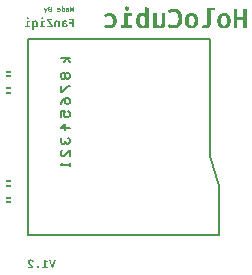
<source format=gbo>
G04*
G04 #@! TF.GenerationSoftware,Altium Limited,Altium Designer,20.0.13 (296)*
G04*
G04 Layer_Color=32896*
%FSLAX25Y25*%
%MOIN*%
G70*
G01*
G75*
%ADD12C,0.00600*%
%ADD15C,0.00100*%
G36*
X28850Y30550D02*
X30150D01*
X30150Y30900D01*
X28850D01*
X28850Y30550D01*
D02*
G37*
G36*
X30150Y32450D02*
X28850D01*
Y32100D01*
X30150D01*
Y32450D01*
D02*
G37*
G36*
X28850Y36050D02*
X30150D01*
X30150Y36400D01*
X28850D01*
X28850Y36050D01*
D02*
G37*
G36*
X30150Y37950D02*
X28850D01*
Y37600D01*
X30150D01*
Y37950D01*
D02*
G37*
G36*
X28850Y67050D02*
X30150D01*
X30150Y67400D01*
X28850D01*
X28850Y67050D01*
D02*
G37*
G36*
X30150Y68950D02*
X28850D01*
Y68600D01*
X30150D01*
Y68950D01*
D02*
G37*
G36*
X28850Y72550D02*
X30150D01*
X30150Y72900D01*
X28850D01*
X28850Y72550D01*
D02*
G37*
G36*
X30150Y74450D02*
X28850D01*
Y74100D01*
X30150D01*
Y74450D01*
D02*
G37*
G36*
X49459Y95392D02*
X49497Y95389D01*
X49532Y95383D01*
X49561Y95381D01*
X49584Y95375D01*
X49599Y95372D01*
X49605D01*
X49649Y95363D01*
X49692Y95351D01*
X49736Y95340D01*
X49774Y95328D01*
X49806Y95316D01*
X49833Y95307D01*
X49850Y95302D01*
X49853Y95299D01*
X49856D01*
X49780Y95068D01*
X49736Y95080D01*
X49698Y95091D01*
X49663Y95100D01*
X49634Y95106D01*
X49611Y95112D01*
X49590Y95115D01*
X49579Y95118D01*
X49576D01*
X49544Y95123D01*
X49514Y95129D01*
X49488Y95132D01*
X49468D01*
X49450Y95135D01*
X49424D01*
X49377Y95132D01*
X49336Y95126D01*
X49301Y95118D01*
X49275Y95109D01*
X49252Y95100D01*
X49237Y95091D01*
X49228Y95086D01*
X49225Y95083D01*
X49202Y95062D01*
X49187Y95036D01*
X49176Y95010D01*
X49167Y94986D01*
X49161Y94963D01*
X49158Y94942D01*
Y94931D01*
Y94925D01*
Y94864D01*
X49377D01*
X49427Y94858D01*
X49476Y94852D01*
X49523Y94846D01*
X49564Y94837D01*
X49602Y94826D01*
X49637Y94817D01*
X49669Y94805D01*
X49698Y94794D01*
X49722Y94785D01*
X49742Y94773D01*
X49760Y94764D01*
X49774Y94758D01*
X49783Y94753D01*
X49789Y94747D01*
X49792D01*
X49821Y94723D01*
X49847Y94700D01*
X49868Y94674D01*
X49888Y94648D01*
X49903Y94618D01*
X49917Y94592D01*
X49938Y94537D01*
X49949Y94490D01*
X49952Y94469D01*
X49955Y94449D01*
X49958Y94434D01*
Y94423D01*
Y94417D01*
Y94414D01*
X49955Y94367D01*
X49949Y94326D01*
X49941Y94288D01*
X49929Y94256D01*
X49920Y94230D01*
X49911Y94210D01*
X49906Y94198D01*
X49903Y94192D01*
X49879Y94160D01*
X49856Y94131D01*
X49830Y94104D01*
X49804Y94084D01*
X49783Y94067D01*
X49766Y94055D01*
X49751Y94049D01*
X49748Y94046D01*
X49707Y94029D01*
X49666Y94017D01*
X49628Y94005D01*
X49590Y93999D01*
X49558Y93996D01*
X49532Y93994D01*
X49509D01*
X49459Y93996D01*
X49415Y94002D01*
X49374Y94008D01*
X49336Y94017D01*
X49307Y94026D01*
X49284Y94034D01*
X49269Y94037D01*
X49263Y94040D01*
X49222Y94061D01*
X49190Y94081D01*
X49161Y94102D01*
X49141Y94125D01*
X49123Y94142D01*
X49111Y94157D01*
X49106Y94169D01*
X49103Y94172D01*
X49094Y94145D01*
X49079Y94122D01*
X49065Y94102D01*
X49047Y94084D01*
X49033Y94069D01*
X49021Y94061D01*
X49012Y94055D01*
X49009Y94052D01*
X48980Y94037D01*
X48948Y94026D01*
X48913Y94014D01*
X48884Y94008D01*
X48855Y94002D01*
X48831Y93999D01*
X48816Y93996D01*
X48811D01*
X48744Y94215D01*
X48764Y94224D01*
X48781Y94233D01*
X48796Y94239D01*
X48805Y94248D01*
X48819Y94259D01*
X48822Y94265D01*
X48828Y94277D01*
X48831Y94294D01*
X48837Y94326D01*
X48840Y94341D01*
Y94353D01*
Y94361D01*
Y94364D01*
Y94940D01*
X48843Y94980D01*
X48846Y95016D01*
X48860Y95083D01*
X48884Y95141D01*
X48910Y95188D01*
X48936Y95226D01*
X48957Y95252D01*
X48974Y95270D01*
X48977Y95275D01*
X48980D01*
X49006Y95296D01*
X49036Y95316D01*
X49100Y95345D01*
X49167Y95366D01*
X49231Y95381D01*
X49290Y95389D01*
X49316Y95392D01*
X49336D01*
X49354Y95395D01*
X49380D01*
X49459Y95392D01*
D02*
G37*
G36*
X51500Y94026D02*
X51199D01*
X51164Y94867D01*
Y94913D01*
X51161Y94957D01*
Y94998D01*
Y95033D01*
Y95059D01*
Y95083D01*
Y95094D01*
Y95100D01*
Y95176D01*
Y95246D01*
X51164Y95307D01*
Y95360D01*
X51167Y95404D01*
Y95421D01*
Y95436D01*
X51170Y95448D01*
Y95456D01*
Y95459D01*
Y95462D01*
X50951Y94320D01*
X50662D01*
X50460Y95462D01*
X50463Y95421D01*
Y95381D01*
Y95337D01*
X50466Y95296D01*
Y95261D01*
Y95232D01*
Y95220D01*
Y95211D01*
Y95208D01*
Y95205D01*
X50463Y95086D01*
Y95030D01*
X50460Y94977D01*
Y94931D01*
Y94913D01*
X50458Y94899D01*
Y94884D01*
Y94875D01*
Y94870D01*
Y94867D01*
X50417Y94026D01*
X50110D01*
X50206Y95757D01*
X50592D01*
X50799Y94627D01*
X51021Y95757D01*
X51404D01*
X51500Y94026D01*
D02*
G37*
G36*
X42188D02*
X42103D01*
X42130Y93979D01*
X42144Y93958D01*
X42156Y93941D01*
X42168Y93926D01*
X42173Y93915D01*
X42179Y93906D01*
X42182Y93903D01*
X42220Y93862D01*
X42258Y93833D01*
X42273Y93821D01*
X42287Y93812D01*
X42296Y93809D01*
X42299Y93807D01*
X42328Y93792D01*
X42363Y93780D01*
X42398Y93772D01*
X42433Y93763D01*
X42465Y93757D01*
X42492Y93751D01*
X42509Y93748D01*
X42515D01*
X42477Y93500D01*
X42425Y93506D01*
X42375Y93515D01*
X42328Y93523D01*
X42287Y93535D01*
X42246Y93547D01*
X42211Y93561D01*
X42176Y93576D01*
X42147Y93590D01*
X42121Y93602D01*
X42101Y93617D01*
X42080Y93629D01*
X42066Y93640D01*
X42051Y93649D01*
X42042Y93655D01*
X42039Y93661D01*
X42036D01*
X41981Y93716D01*
X41934Y93777D01*
X41893Y93839D01*
X41861Y93900D01*
X41835Y93953D01*
X41823Y93976D01*
X41814Y93996D01*
X41809Y94011D01*
X41803Y94023D01*
X41800Y94031D01*
Y94034D01*
X41353Y95360D01*
X41680D01*
X41990Y94262D01*
X42296Y95360D01*
X42629D01*
X42188Y94026D01*
D02*
G37*
G36*
X46451Y95392D02*
X46513Y95381D01*
X46571Y95366D01*
X46618Y95348D01*
X46656Y95331D01*
X46685Y95316D01*
X46697Y95310D01*
X46705Y95305D01*
X46708Y95302D01*
X46711D01*
X46761Y95264D01*
X46802Y95226D01*
X46837Y95182D01*
X46869Y95141D01*
X46892Y95106D01*
X46907Y95077D01*
X46913Y95065D01*
X46918Y95056D01*
X46921Y95053D01*
Y95051D01*
X46945Y94989D01*
X46962Y94928D01*
X46977Y94867D01*
X46986Y94811D01*
X46992Y94761D01*
Y94741D01*
X46994Y94726D01*
Y94712D01*
Y94700D01*
Y94694D01*
Y94691D01*
X46992Y94615D01*
X46983Y94548D01*
X46971Y94484D01*
X46957Y94432D01*
X46945Y94388D01*
X46939Y94370D01*
X46933Y94356D01*
X46927Y94341D01*
X46924Y94332D01*
X46921Y94329D01*
Y94326D01*
X46889Y94271D01*
X46854Y94221D01*
X46816Y94180D01*
X46781Y94145D01*
X46749Y94116D01*
X46723Y94099D01*
X46705Y94084D01*
X46702Y94081D01*
X46700D01*
X46641Y94052D01*
X46583Y94031D01*
X46524Y94014D01*
X46469Y94005D01*
X46422Y93999D01*
X46402Y93996D01*
X46384D01*
X46370Y93994D01*
X46349D01*
X46297Y93996D01*
X46247Y93999D01*
X46203Y94005D01*
X46162Y94014D01*
X46130Y94023D01*
X46104Y94029D01*
X46089Y94031D01*
X46083Y94034D01*
X46037Y94052D01*
X45993Y94075D01*
X45955Y94096D01*
X45920Y94119D01*
X45894Y94139D01*
X45870Y94157D01*
X45859Y94169D01*
X45853Y94172D01*
X45990Y94364D01*
X46028Y94344D01*
X46063Y94323D01*
X46095Y94309D01*
X46121Y94297D01*
X46145Y94288D01*
X46159Y94283D01*
X46171Y94277D01*
X46174D01*
X46232Y94262D01*
X46259Y94256D01*
X46285Y94253D01*
X46305D01*
X46323Y94250D01*
X46337D01*
X46387Y94253D01*
X46431Y94265D01*
X46469Y94280D01*
X46504Y94294D01*
X46530Y94312D01*
X46548Y94323D01*
X46562Y94335D01*
X46565Y94338D01*
X46594Y94373D01*
X46618Y94414D01*
X46635Y94452D01*
X46647Y94493D01*
X46653Y94528D01*
X46659Y94554D01*
Y94566D01*
X46662Y94575D01*
Y94577D01*
Y94580D01*
X45809D01*
X45803Y94636D01*
Y94662D01*
X45800Y94683D01*
Y94700D01*
Y94715D01*
Y94723D01*
Y94726D01*
X45803Y94799D01*
X45812Y94867D01*
X45823Y94928D01*
X45835Y94980D01*
X45847Y95021D01*
X45853Y95039D01*
X45859Y95053D01*
X45864Y95065D01*
X45867Y95074D01*
X45870Y95077D01*
Y95080D01*
X45899Y95132D01*
X45932Y95179D01*
X45967Y95220D01*
X45999Y95255D01*
X46028Y95278D01*
X46051Y95299D01*
X46069Y95310D01*
X46072Y95313D01*
X46075D01*
X46124Y95340D01*
X46180Y95360D01*
X46229Y95375D01*
X46279Y95386D01*
X46320Y95392D01*
X46355Y95395D01*
X46384D01*
X46451Y95392D01*
D02*
G37*
G36*
X44022Y94026D02*
X43505D01*
X43400Y94031D01*
X43350Y94037D01*
X43304Y94043D01*
X43260Y94052D01*
X43222Y94064D01*
X43184Y94072D01*
X43152Y94084D01*
X43120Y94096D01*
X43093Y94104D01*
X43070Y94116D01*
X43052Y94125D01*
X43038Y94131D01*
X43026Y94137D01*
X43020Y94142D01*
X43017D01*
X42982Y94166D01*
X42953Y94195D01*
X42927Y94224D01*
X42904Y94253D01*
X42886Y94286D01*
X42869Y94318D01*
X42845Y94382D01*
X42833Y94440D01*
X42828Y94467D01*
X42825Y94490D01*
X42822Y94507D01*
Y94522D01*
Y94531D01*
Y94534D01*
X42828Y94604D01*
X42839Y94665D01*
X42860Y94718D01*
X42880Y94758D01*
X42901Y94794D01*
X42921Y94817D01*
X42933Y94829D01*
X42939Y94834D01*
X42982Y94867D01*
X43029Y94893D01*
X43076Y94913D01*
X43117Y94928D01*
X43152Y94937D01*
X43181Y94942D01*
X43193D01*
X43201Y94945D01*
X43207D01*
X43163Y94951D01*
X43123Y94966D01*
X43085Y94980D01*
X43052Y95001D01*
X43026Y95018D01*
X43009Y95036D01*
X42994Y95048D01*
X42991Y95051D01*
X42959Y95091D01*
X42936Y95132D01*
X42918Y95176D01*
X42906Y95217D01*
X42901Y95252D01*
X42895Y95281D01*
Y95293D01*
Y95302D01*
Y95305D01*
Y95307D01*
X42898Y95351D01*
X42904Y95392D01*
X42912Y95427D01*
X42924Y95462D01*
X42939Y95494D01*
X42953Y95521D01*
X42985Y95570D01*
X43020Y95605D01*
X43049Y95632D01*
X43061Y95640D01*
X43070Y95646D01*
X43076Y95652D01*
X43079D01*
X43152Y95687D01*
X43228Y95713D01*
X43304Y95731D01*
X43377Y95745D01*
X43409Y95748D01*
X43441Y95751D01*
X43467Y95754D01*
X43490D01*
X43511Y95757D01*
X44022D01*
Y94026D01*
D02*
G37*
G36*
X47651Y95255D02*
X47669Y95278D01*
X47689Y95302D01*
X47736Y95337D01*
X47786Y95360D01*
X47835Y95378D01*
X47882Y95389D01*
X47900Y95392D01*
X47917D01*
X47932Y95395D01*
X47952D01*
X48011Y95392D01*
X48066Y95381D01*
X48116Y95366D01*
X48157Y95348D01*
X48192Y95331D01*
X48218Y95316D01*
X48232Y95305D01*
X48238Y95302D01*
X48279Y95264D01*
X48317Y95226D01*
X48349Y95182D01*
X48376Y95141D01*
X48396Y95106D01*
X48411Y95077D01*
X48417Y95065D01*
X48419Y95056D01*
X48422Y95053D01*
Y95051D01*
X48443Y94989D01*
X48457Y94928D01*
X48469Y94867D01*
X48475Y94811D01*
X48481Y94764D01*
Y94744D01*
X48484Y94726D01*
Y94712D01*
Y94700D01*
Y94694D01*
Y94691D01*
X48481Y94633D01*
X48478Y94577D01*
X48472Y94525D01*
X48463Y94475D01*
X48454Y94432D01*
X48443Y94388D01*
X48431Y94350D01*
X48419Y94315D01*
X48408Y94286D01*
X48399Y94256D01*
X48387Y94233D01*
X48379Y94215D01*
X48370Y94201D01*
X48364Y94189D01*
X48358Y94183D01*
Y94180D01*
X48332Y94148D01*
X48305Y94119D01*
X48276Y94093D01*
X48244Y94072D01*
X48212Y94055D01*
X48180Y94040D01*
X48119Y94017D01*
X48063Y94002D01*
X48037Y93999D01*
X48016Y93996D01*
X47999Y93994D01*
X47976D01*
X47932Y93996D01*
X47891Y94002D01*
X47856Y94008D01*
X47824Y94020D01*
X47797Y94029D01*
X47777Y94034D01*
X47762Y94040D01*
X47760Y94043D01*
X47724Y94064D01*
X47698Y94087D01*
X47675Y94110D01*
X47657Y94134D01*
X47643Y94154D01*
X47634Y94169D01*
X47631Y94180D01*
X47628Y94183D01*
X47613Y94026D01*
X47327D01*
Y95877D01*
X47651Y95909D01*
Y95255D01*
D02*
G37*
G36*
X37165Y11501D02*
X37267Y11487D01*
X37355Y11467D01*
X37433Y11447D01*
X37497Y11428D01*
X37546Y11408D01*
X37575Y11394D01*
X37580Y11389D01*
X37585D01*
X37668Y11340D01*
X37741Y11287D01*
X37809Y11223D01*
X37873Y11164D01*
X37921Y11111D01*
X37955Y11067D01*
X37980Y11033D01*
X37990Y11028D01*
Y11023D01*
X37643Y10764D01*
X37589Y10823D01*
X37541Y10872D01*
X37497Y10911D01*
X37458Y10940D01*
X37424Y10964D01*
X37399Y10979D01*
X37385Y10989D01*
X37380Y10994D01*
X37331Y11013D01*
X37282Y11033D01*
X37233Y11043D01*
X37189Y11047D01*
X37145Y11052D01*
X37116Y11057D01*
X37087D01*
X37014Y11052D01*
X36955Y11038D01*
X36901Y11023D01*
X36858Y11003D01*
X36823Y10979D01*
X36799Y10964D01*
X36784Y10950D01*
X36779Y10945D01*
X36740Y10901D01*
X36716Y10852D01*
X36696Y10803D01*
X36682Y10755D01*
X36672Y10711D01*
X36667Y10677D01*
Y10652D01*
Y10642D01*
X36672Y10564D01*
X36682Y10496D01*
X36701Y10428D01*
X36716Y10364D01*
X36735Y10315D01*
X36755Y10276D01*
X36765Y10252D01*
X36770Y10242D01*
X36814Y10164D01*
X36872Y10086D01*
X36931Y10003D01*
X36989Y9930D01*
X37048Y9861D01*
X37092Y9808D01*
X37111Y9788D01*
X37126Y9774D01*
X37131Y9764D01*
X37136Y9759D01*
X37189Y9705D01*
X37243Y9642D01*
X37370Y9515D01*
X37502Y9378D01*
X37633Y9251D01*
X37692Y9188D01*
X37751Y9134D01*
X37804Y9086D01*
X37848Y9042D01*
X37882Y9003D01*
X37912Y8978D01*
X37931Y8959D01*
X37936Y8954D01*
Y8554D01*
X36106D01*
X36047Y8998D01*
X37326D01*
X37165Y9129D01*
X37092Y9188D01*
X37023Y9247D01*
X36960Y9305D01*
X36901Y9359D01*
X36848Y9408D01*
X36799Y9452D01*
X36755Y9495D01*
X36721Y9535D01*
X36687Y9564D01*
X36662Y9593D01*
X36638Y9613D01*
X36623Y9627D01*
X36618Y9637D01*
X36614Y9642D01*
X36521Y9749D01*
X36443Y9847D01*
X36379Y9940D01*
X36326Y10018D01*
X36282Y10081D01*
X36257Y10130D01*
X36248Y10149D01*
X36238Y10164D01*
X36233Y10169D01*
Y10174D01*
X36194Y10262D01*
X36165Y10354D01*
X36140Y10437D01*
X36125Y10511D01*
X36116Y10579D01*
X36111Y10628D01*
Y10647D01*
Y10662D01*
Y10667D01*
Y10672D01*
X36116Y10755D01*
X36130Y10833D01*
X36145Y10906D01*
X36165Y10969D01*
X36189Y11018D01*
X36204Y11057D01*
X36218Y11082D01*
X36223Y11091D01*
X36267Y11160D01*
X36321Y11218D01*
X36374Y11272D01*
X36428Y11316D01*
X36477Y11350D01*
X36516Y11374D01*
X36540Y11389D01*
X36545Y11394D01*
X36550D01*
X36633Y11433D01*
X36716Y11457D01*
X36799Y11477D01*
X36882Y11491D01*
X36950Y11501D01*
X37004Y11506D01*
X37053D01*
X37165Y11501D01*
D02*
G37*
G36*
X42782Y10891D02*
X42557Y10515D01*
X41962Y10901D01*
Y8988D01*
X42650D01*
Y8554D01*
X40864D01*
Y8988D01*
X41425D01*
Y11447D01*
X41884D01*
X42782Y10891D01*
D02*
G37*
G36*
X44602Y8554D02*
X43997D01*
X43094Y11447D01*
X43646D01*
X44290Y9081D01*
X44924Y11447D01*
X45505D01*
X44602Y8554D01*
D02*
G37*
G36*
X39483Y9354D02*
X39517Y9344D01*
X39551Y9335D01*
X39576Y9325D01*
X39595Y9315D01*
X39610Y9310D01*
X39615Y9305D01*
X39678Y9256D01*
X39727Y9208D01*
X39746Y9183D01*
X39761Y9164D01*
X39766Y9154D01*
X39771Y9149D01*
X39790Y9110D01*
X39805Y9076D01*
X39820Y9003D01*
X39825Y8973D01*
X39829Y8949D01*
Y8934D01*
Y8929D01*
X39825Y8885D01*
X39820Y8846D01*
X39810Y8807D01*
X39800Y8778D01*
X39790Y8749D01*
X39781Y8729D01*
X39771Y8715D01*
Y8710D01*
X39722Y8646D01*
X39668Y8598D01*
X39649Y8578D01*
X39629Y8563D01*
X39620Y8559D01*
X39615Y8554D01*
X39576Y8534D01*
X39537Y8524D01*
X39468Y8505D01*
X39439D01*
X39415Y8500D01*
X39395D01*
X39351Y8505D01*
X39307Y8510D01*
X39268Y8519D01*
X39234Y8529D01*
X39210Y8539D01*
X39185Y8544D01*
X39176Y8554D01*
X39171D01*
X39107Y8602D01*
X39053Y8656D01*
X39039Y8676D01*
X39024Y8695D01*
X39019Y8705D01*
X39015Y8710D01*
X38995Y8749D01*
X38980Y8788D01*
X38961Y8856D01*
Y8885D01*
X38956Y8910D01*
Y8925D01*
Y8929D01*
Y8973D01*
X38966Y9012D01*
X38975Y9051D01*
X38985Y9081D01*
X38995Y9105D01*
X39005Y9129D01*
X39010Y9139D01*
X39015Y9144D01*
X39063Y9212D01*
X39112Y9261D01*
X39136Y9281D01*
X39156Y9295D01*
X39166Y9300D01*
X39171Y9305D01*
X39210Y9325D01*
X39249Y9339D01*
X39322Y9359D01*
X39351D01*
X39376Y9364D01*
X39439D01*
X39483Y9354D01*
D02*
G37*
G36*
X69176Y95846D02*
X69273Y95825D01*
X69369Y95792D01*
X69445Y95760D01*
X69509Y95717D01*
X69552Y95685D01*
X69584Y95664D01*
X69595Y95653D01*
X69659Y95578D01*
X69713Y95492D01*
X69745Y95395D01*
X69778Y95320D01*
X69788Y95245D01*
X69799Y95191D01*
Y95148D01*
Y95137D01*
X69788Y95030D01*
X69767Y94923D01*
X69735Y94837D01*
X69692Y94761D01*
X69659Y94708D01*
X69627Y94654D01*
X69606Y94633D01*
X69595Y94622D01*
X69509Y94557D01*
X69423Y94504D01*
X69326Y94471D01*
X69240Y94439D01*
X69176Y94428D01*
X69112Y94418D01*
X69058D01*
X68940Y94428D01*
X68832Y94450D01*
X68736Y94482D01*
X68661Y94525D01*
X68596Y94557D01*
X68553Y94590D01*
X68521Y94611D01*
X68510Y94622D01*
X68435Y94708D01*
X68381Y94794D01*
X68349Y94880D01*
X68317Y94965D01*
X68306Y95030D01*
X68295Y95084D01*
Y95127D01*
Y95137D01*
X68306Y95245D01*
X68328Y95341D01*
X68360Y95427D01*
X68403Y95503D01*
X68446Y95567D01*
X68478Y95610D01*
X68499Y95631D01*
X68510Y95642D01*
X68596Y95717D01*
X68682Y95771D01*
X68779Y95803D01*
X68865Y95835D01*
X68940Y95846D01*
X69004Y95857D01*
X69058D01*
X69176Y95846D01*
D02*
G37*
G36*
X76436Y95427D02*
Y88618D01*
X75384D01*
X75341Y89080D01*
X75266Y88983D01*
X75191Y88887D01*
X75105Y88811D01*
X75008Y88747D01*
X74815Y88640D01*
X74621Y88575D01*
X74439Y88532D01*
X74363Y88521D01*
X74299Y88511D01*
X74235Y88500D01*
X74159D01*
X73934Y88511D01*
X73719Y88554D01*
X73536Y88607D01*
X73386Y88672D01*
X73257Y88726D01*
X73161Y88779D01*
X73107Y88822D01*
X73085Y88833D01*
X72924Y88973D01*
X72785Y89112D01*
X72677Y89273D01*
X72581Y89413D01*
X72505Y89542D01*
X72452Y89649D01*
X72430Y89692D01*
X72420Y89724D01*
X72409Y89735D01*
Y89746D01*
X72334Y89971D01*
X72269Y90208D01*
X72226Y90422D01*
X72205Y90637D01*
X72183Y90809D01*
Y90884D01*
X72172Y90949D01*
Y91002D01*
Y91045D01*
Y91067D01*
Y91078D01*
Y91292D01*
X72194Y91507D01*
X72215Y91701D01*
X72248Y91883D01*
X72280Y92044D01*
X72323Y92205D01*
X72355Y92345D01*
X72398Y92474D01*
X72441Y92592D01*
X72484Y92689D01*
X72527Y92774D01*
X72559Y92839D01*
X72591Y92893D01*
X72613Y92936D01*
X72624Y92957D01*
X72634Y92968D01*
X72720Y93086D01*
X72828Y93193D01*
X72935Y93290D01*
X73043Y93365D01*
X73161Y93430D01*
X73279Y93483D01*
X73504Y93569D01*
X73719Y93623D01*
X73805Y93634D01*
X73880Y93644D01*
X73945Y93655D01*
X74041D01*
X74192Y93644D01*
X74331Y93623D01*
X74460Y93591D01*
X74578Y93559D01*
X74675Y93526D01*
X74739Y93494D01*
X74782Y93473D01*
X74804Y93462D01*
X74922Y93387D01*
X75019Y93312D01*
X75094Y93226D01*
X75147Y93150D01*
X75191Y93075D01*
X75223Y93022D01*
X75244Y92979D01*
Y95545D01*
X76436Y95427D01*
D02*
G37*
G36*
X109011Y88618D02*
X107786D01*
Y91432D01*
X105939D01*
Y88618D01*
X104715D01*
Y94987D01*
X105939D01*
Y92463D01*
X107786D01*
Y94987D01*
X109011D01*
Y88618D01*
D02*
G37*
G36*
X85028Y95094D02*
X85297Y95051D01*
X85533Y94987D01*
X85748Y94923D01*
X85931Y94847D01*
X86006Y94815D01*
X86059Y94783D01*
X86113Y94751D01*
X86145Y94740D01*
X86167Y94718D01*
X86177D01*
X86403Y94557D01*
X86607Y94375D01*
X86779Y94192D01*
X86929Y94010D01*
X87047Y93838D01*
X87090Y93763D01*
X87133Y93709D01*
X87155Y93655D01*
X87176Y93612D01*
X87198Y93591D01*
Y93580D01*
X87327Y93290D01*
X87413Y92989D01*
X87477Y92699D01*
X87531Y92420D01*
X87542Y92291D01*
X87552Y92173D01*
X87563Y92066D01*
Y91980D01*
X87574Y91905D01*
Y91851D01*
Y91819D01*
Y91808D01*
X87563Y91432D01*
X87520Y91088D01*
X87488Y90927D01*
X87456Y90788D01*
X87423Y90648D01*
X87391Y90519D01*
X87359Y90412D01*
X87327Y90304D01*
X87295Y90218D01*
X87262Y90143D01*
X87241Y90089D01*
X87219Y90047D01*
X87208Y90025D01*
Y90014D01*
X87058Y89757D01*
X86897Y89531D01*
X86725Y89327D01*
X86564Y89177D01*
X86424Y89048D01*
X86306Y88962D01*
X86263Y88930D01*
X86231Y88908D01*
X86210Y88887D01*
X86199D01*
X85952Y88758D01*
X85694Y88661D01*
X85447Y88597D01*
X85222Y88554D01*
X85018Y88521D01*
X84932Y88511D01*
X84867D01*
X84803Y88500D01*
X84728D01*
X84491Y88511D01*
X84266Y88532D01*
X84073Y88564D01*
X83901Y88607D01*
X83761Y88640D01*
X83654Y88672D01*
X83589Y88693D01*
X83578Y88704D01*
X83568D01*
X83385Y88790D01*
X83213Y88887D01*
X83063Y88983D01*
X82934Y89080D01*
X82827Y89166D01*
X82741Y89241D01*
X82698Y89284D01*
X82676Y89306D01*
X83267Y90047D01*
X83396Y89950D01*
X83525Y89875D01*
X83643Y89799D01*
X83740Y89746D01*
X83825Y89692D01*
X83890Y89660D01*
X83933Y89649D01*
X83944Y89638D01*
X84062Y89596D01*
X84191Y89563D01*
X84320Y89542D01*
X84427Y89531D01*
X84534Y89520D01*
X84610Y89510D01*
X84685D01*
X84824Y89520D01*
X84953Y89531D01*
X85179Y89596D01*
X85383Y89681D01*
X85555Y89789D01*
X85684Y89885D01*
X85780Y89971D01*
X85845Y90036D01*
X85855Y90047D01*
X85866Y90057D01*
X85941Y90165D01*
X86016Y90294D01*
X86124Y90562D01*
X86199Y90852D01*
X86253Y91142D01*
X86274Y91282D01*
X86285Y91400D01*
X86296Y91518D01*
Y91615D01*
X86306Y91690D01*
Y91754D01*
Y91797D01*
Y91808D01*
X86296Y92109D01*
X86274Y92366D01*
X86242Y92592D01*
X86199Y92785D01*
X86156Y92946D01*
X86145Y93011D01*
X86124Y93054D01*
X86113Y93097D01*
X86102Y93129D01*
X86092Y93140D01*
Y93150D01*
X86006Y93333D01*
X85909Y93483D01*
X85812Y93612D01*
X85716Y93720D01*
X85641Y93795D01*
X85576Y93849D01*
X85522Y93881D01*
X85512Y93892D01*
X85372Y93967D01*
X85232Y94020D01*
X85093Y94063D01*
X84964Y94085D01*
X84846Y94106D01*
X84760Y94117D01*
X84556D01*
X84427Y94095D01*
X84191Y94042D01*
X83976Y93967D01*
X83783Y93892D01*
X83621Y93806D01*
X83557Y93763D01*
X83503Y93730D01*
X83460Y93698D01*
X83417Y93677D01*
X83407Y93666D01*
X83396Y93655D01*
X82773Y94407D01*
X82934Y94547D01*
X83095Y94654D01*
X83245Y94751D01*
X83374Y94826D01*
X83492Y94880D01*
X83589Y94923D01*
X83643Y94944D01*
X83654Y94955D01*
X83664D01*
X83836Y95008D01*
X84019Y95051D01*
X84201Y95073D01*
X84373Y95094D01*
X84513Y95105D01*
X84631Y95116D01*
X84738D01*
X85028Y95094D01*
D02*
G37*
G36*
X63538Y93644D02*
X63785Y93602D01*
X63999Y93548D01*
X64193Y93483D01*
X64343Y93419D01*
X64407Y93387D01*
X64461Y93365D01*
X64504Y93344D01*
X64536Y93322D01*
X64547Y93312D01*
X64558D01*
X64751Y93172D01*
X64923Y93032D01*
X65063Y92871D01*
X65181Y92721D01*
X65277Y92592D01*
X65342Y92484D01*
X65363Y92442D01*
X65385Y92409D01*
X65396Y92399D01*
Y92388D01*
X65492Y92162D01*
X65567Y91926D01*
X65610Y91701D01*
X65653Y91496D01*
X65675Y91314D01*
Y91239D01*
X65686Y91174D01*
Y91121D01*
Y91078D01*
Y91056D01*
Y91045D01*
X65675Y90766D01*
X65643Y90519D01*
X65600Y90283D01*
X65546Y90089D01*
X65492Y89928D01*
X65471Y89864D01*
X65449Y89810D01*
X65428Y89757D01*
X65417Y89724D01*
X65406Y89714D01*
Y89703D01*
X65288Y89499D01*
X65159Y89316D01*
X65020Y89166D01*
X64880Y89037D01*
X64762Y88940D01*
X64665Y88865D01*
X64601Y88822D01*
X64590Y88811D01*
X64579D01*
X64365Y88704D01*
X64150Y88629D01*
X63935Y88575D01*
X63731Y88543D01*
X63548Y88521D01*
X63484Y88511D01*
X63419Y88500D01*
X63291D01*
X63108Y88511D01*
X62936Y88521D01*
X62786Y88554D01*
X62646Y88586D01*
X62528Y88607D01*
X62431Y88640D01*
X62378Y88650D01*
X62356Y88661D01*
X62184Y88726D01*
X62034Y88811D01*
X61894Y88887D01*
X61765Y88973D01*
X61669Y89037D01*
X61594Y89101D01*
X61551Y89144D01*
X61529Y89155D01*
X62066Y89907D01*
X62195Y89832D01*
X62313Y89767D01*
X62421Y89714D01*
X62507Y89671D01*
X62582Y89628D01*
X62646Y89606D01*
X62678Y89596D01*
X62689Y89585D01*
X62893Y89531D01*
X62990Y89510D01*
X63076Y89499D01*
X63151D01*
X63205Y89488D01*
X63258D01*
X63452Y89499D01*
X63623Y89542D01*
X63774Y89606D01*
X63892Y89671D01*
X63989Y89735D01*
X64064Y89799D01*
X64107Y89842D01*
X64117Y89853D01*
X64225Y90014D01*
X64300Y90197D01*
X64354Y90401D01*
X64386Y90594D01*
X64407Y90766D01*
X64418Y90841D01*
X64429Y90917D01*
Y90970D01*
Y91013D01*
Y91035D01*
Y91045D01*
X64418Y91335D01*
X64375Y91593D01*
X64332Y91808D01*
X64268Y91980D01*
X64214Y92109D01*
X64161Y92205D01*
X64128Y92259D01*
X64117Y92281D01*
X63989Y92409D01*
X63849Y92506D01*
X63699Y92581D01*
X63570Y92624D01*
X63441Y92656D01*
X63344Y92667D01*
X63280Y92678D01*
X63258D01*
X63043Y92656D01*
X62829Y92613D01*
X62635Y92549D01*
X62453Y92484D01*
X62292Y92409D01*
X62174Y92345D01*
X62131Y92313D01*
X62098Y92302D01*
X62077Y92281D01*
X62066D01*
X61529Y93011D01*
X61669Y93129D01*
X61819Y93226D01*
X61970Y93312D01*
X62120Y93387D01*
X62270Y93451D01*
X62410Y93494D01*
X62678Y93580D01*
X62807Y93602D01*
X62915Y93623D01*
X63011Y93634D01*
X63097Y93644D01*
X63172Y93655D01*
X63269D01*
X63538Y93644D01*
D02*
G37*
G36*
X98400Y94525D02*
X96971D01*
Y90079D01*
X96961Y89907D01*
X96939Y89746D01*
X96907Y89596D01*
X96874Y89477D01*
X96842Y89370D01*
X96810Y89295D01*
X96789Y89252D01*
X96778Y89230D01*
X96703Y89101D01*
X96606Y88994D01*
X96520Y88897D01*
X96434Y88822D01*
X96348Y88758D01*
X96284Y88715D01*
X96241Y88693D01*
X96230Y88683D01*
X96091Y88618D01*
X95940Y88575D01*
X95801Y88543D01*
X95661Y88521D01*
X95543Y88511D01*
X95457Y88500D01*
X95371D01*
X95102Y88511D01*
X94855Y88543D01*
X94641Y88597D01*
X94437Y88650D01*
X94275Y88704D01*
X94211Y88736D01*
X94157Y88758D01*
X94114Y88769D01*
X94082Y88790D01*
X94061Y88801D01*
X94050D01*
X94351Y89638D01*
X94523Y89585D01*
X94673Y89542D01*
X94813Y89520D01*
X94931Y89499D01*
X95027Y89488D01*
X95092Y89477D01*
X95156D01*
X95263Y89488D01*
X95350Y89499D01*
X95435Y89520D01*
X95500Y89542D01*
X95553Y89563D01*
X95586Y89574D01*
X95607Y89596D01*
X95618D01*
X95672Y89649D01*
X95715Y89703D01*
X95736Y89778D01*
X95758Y89842D01*
X95768Y89896D01*
X95779Y89950D01*
Y89982D01*
Y89993D01*
Y95438D01*
X98400D01*
Y94525D01*
D02*
G37*
G36*
X81839Y90004D02*
X81828Y89746D01*
X81785Y89531D01*
X81720Y89338D01*
X81656Y89177D01*
X81591Y89048D01*
X81527Y88962D01*
X81484Y88908D01*
X81473Y88887D01*
X81323Y88758D01*
X81151Y88661D01*
X80969Y88597D01*
X80797Y88554D01*
X80636Y88521D01*
X80507Y88511D01*
X80453Y88500D01*
X80389D01*
X80217Y88511D01*
X80056Y88532D01*
X79905Y88564D01*
X79777Y88597D01*
X79669Y88629D01*
X79583Y88661D01*
X79529Y88683D01*
X79508Y88693D01*
X79358Y88779D01*
X79239Y88865D01*
X79143Y88951D01*
X79068Y89037D01*
X79014Y89112D01*
X78971Y89166D01*
X78960Y89209D01*
X78949Y89220D01*
X78907Y88618D01*
X77865D01*
Y93526D01*
X79057D01*
Y90036D01*
X79121Y89950D01*
X79186Y89864D01*
X79261Y89789D01*
X79336Y89724D01*
X79401Y89681D01*
X79454Y89638D01*
X79487Y89617D01*
X79497Y89606D01*
X79605Y89552D01*
X79701Y89510D01*
X79798Y89477D01*
X79884Y89456D01*
X79959Y89445D01*
X80013Y89434D01*
X80066D01*
X80174Y89445D01*
X80270Y89456D01*
X80346Y89477D01*
X80410Y89510D01*
X80453Y89542D01*
X80485Y89563D01*
X80507Y89574D01*
X80518Y89585D01*
X80560Y89660D01*
X80593Y89735D01*
X80625Y89918D01*
X80636Y90004D01*
X80646Y90068D01*
Y90111D01*
Y90132D01*
Y93526D01*
X81839D01*
Y90004D01*
D02*
G37*
G36*
X70819Y92624D02*
X69445D01*
Y89520D01*
X70873D01*
Y88618D01*
X66964D01*
Y89520D01*
X68263D01*
Y93526D01*
X70819D01*
Y92624D01*
D02*
G37*
G36*
X101707Y93644D02*
X101944Y93602D01*
X102148Y93548D01*
X102331Y93494D01*
X102470Y93430D01*
X102577Y93376D01*
X102620Y93354D01*
X102653Y93333D01*
X102663Y93322D01*
X102674D01*
X102857Y93193D01*
X103007Y93043D01*
X103136Y92893D01*
X103243Y92742D01*
X103329Y92613D01*
X103383Y92506D01*
X103404Y92463D01*
X103426Y92431D01*
X103437Y92420D01*
Y92409D01*
X103523Y92184D01*
X103587Y91958D01*
X103630Y91733D01*
X103662Y91518D01*
X103684Y91335D01*
Y91260D01*
X103694Y91196D01*
Y91142D01*
Y91099D01*
Y91078D01*
Y91067D01*
X103684Y90788D01*
X103651Y90519D01*
X103609Y90294D01*
X103566Y90089D01*
X103523Y89928D01*
X103501Y89864D01*
X103480Y89810D01*
X103458Y89757D01*
X103447Y89724D01*
X103437Y89714D01*
Y89703D01*
X103329Y89499D01*
X103211Y89316D01*
X103082Y89166D01*
X102953Y89037D01*
X102846Y88940D01*
X102760Y88865D01*
X102696Y88822D01*
X102685Y88811D01*
X102674D01*
X102481Y88704D01*
X102266Y88629D01*
X102073Y88575D01*
X101879Y88543D01*
X101707Y88521D01*
X101643Y88511D01*
X101579Y88500D01*
X101461D01*
X101203Y88511D01*
X100967Y88554D01*
X100762Y88607D01*
X100591Y88661D01*
X100440Y88726D01*
X100333Y88769D01*
X100301Y88790D01*
X100268Y88811D01*
X100258Y88822D01*
X100247D01*
X100064Y88951D01*
X99914Y89101D01*
X99785Y89252D01*
X99678Y89391D01*
X99592Y89520D01*
X99527Y89628D01*
X99506Y89671D01*
X99495Y89703D01*
X99484Y89714D01*
Y89724D01*
X99398Y89950D01*
X99334Y90186D01*
X99291Y90412D01*
X99259Y90627D01*
X99237Y90809D01*
Y90884D01*
X99227Y90949D01*
Y91002D01*
Y91045D01*
Y91067D01*
Y91078D01*
X99237Y91357D01*
X99270Y91615D01*
X99313Y91851D01*
X99356Y92044D01*
X99398Y92205D01*
X99420Y92270D01*
X99441Y92323D01*
X99463Y92377D01*
X99474Y92409D01*
X99484Y92420D01*
Y92431D01*
X99592Y92635D01*
X99710Y92817D01*
X99839Y92968D01*
X99957Y93097D01*
X100075Y93204D01*
X100161Y93279D01*
X100225Y93322D01*
X100236Y93333D01*
X100247D01*
X100440Y93440D01*
X100644Y93516D01*
X100848Y93580D01*
X101042Y93612D01*
X101214Y93634D01*
X101278Y93644D01*
X101342Y93655D01*
X101461D01*
X101707Y93644D01*
D02*
G37*
G36*
X90903D02*
X91139Y93602D01*
X91343Y93548D01*
X91526Y93494D01*
X91666Y93430D01*
X91773Y93376D01*
X91816Y93354D01*
X91848Y93333D01*
X91859Y93322D01*
X91870D01*
X92052Y93193D01*
X92203Y93043D01*
X92331Y92893D01*
X92439Y92742D01*
X92525Y92613D01*
X92579Y92506D01*
X92600Y92463D01*
X92621Y92431D01*
X92632Y92420D01*
Y92409D01*
X92718Y92184D01*
X92783Y91958D01*
X92826Y91733D01*
X92858Y91518D01*
X92879Y91335D01*
Y91260D01*
X92890Y91196D01*
Y91142D01*
Y91099D01*
Y91078D01*
Y91067D01*
X92879Y90788D01*
X92847Y90519D01*
X92804Y90294D01*
X92761Y90089D01*
X92718Y89928D01*
X92697Y89864D01*
X92675Y89810D01*
X92654Y89757D01*
X92643Y89724D01*
X92632Y89714D01*
Y89703D01*
X92525Y89499D01*
X92407Y89316D01*
X92278Y89166D01*
X92149Y89037D01*
X92041Y88940D01*
X91956Y88865D01*
X91891Y88822D01*
X91880Y88811D01*
X91870D01*
X91676Y88704D01*
X91462Y88629D01*
X91268Y88575D01*
X91075Y88543D01*
X90903Y88521D01*
X90839Y88511D01*
X90774Y88500D01*
X90656D01*
X90398Y88511D01*
X90162Y88554D01*
X89958Y88607D01*
X89786Y88661D01*
X89636Y88726D01*
X89528Y88769D01*
X89496Y88790D01*
X89464Y88811D01*
X89453Y88822D01*
X89442D01*
X89260Y88951D01*
X89109Y89101D01*
X88981Y89252D01*
X88873Y89391D01*
X88787Y89520D01*
X88723Y89628D01*
X88701Y89671D01*
X88691Y89703D01*
X88680Y89714D01*
Y89724D01*
X88594Y89950D01*
X88530Y90186D01*
X88487Y90412D01*
X88454Y90627D01*
X88433Y90809D01*
Y90884D01*
X88422Y90949D01*
Y91002D01*
Y91045D01*
Y91067D01*
Y91078D01*
X88433Y91357D01*
X88465Y91615D01*
X88508Y91851D01*
X88551Y92044D01*
X88594Y92205D01*
X88616Y92270D01*
X88637Y92323D01*
X88658Y92377D01*
X88669Y92409D01*
X88680Y92420D01*
Y92431D01*
X88787Y92635D01*
X88906Y92817D01*
X89034Y92968D01*
X89152Y93097D01*
X89271Y93204D01*
X89356Y93279D01*
X89421Y93322D01*
X89432Y93333D01*
X89442D01*
X89636Y93440D01*
X89840Y93516D01*
X90044Y93580D01*
X90237Y93612D01*
X90409Y93634D01*
X90474Y93644D01*
X90538Y93655D01*
X90656D01*
X90903Y93644D01*
D02*
G37*
G36*
X40993Y92163D02*
X41037Y92153D01*
X41081Y92138D01*
X41115Y92124D01*
X41145Y92104D01*
X41164Y92089D01*
X41179Y92080D01*
X41184Y92075D01*
X41213Y92041D01*
X41237Y92002D01*
X41252Y91958D01*
X41267Y91923D01*
X41271Y91889D01*
X41276Y91865D01*
Y91845D01*
Y91841D01*
X41271Y91792D01*
X41262Y91743D01*
X41247Y91704D01*
X41228Y91670D01*
X41213Y91645D01*
X41198Y91621D01*
X41189Y91611D01*
X41184Y91606D01*
X41145Y91577D01*
X41106Y91553D01*
X41062Y91538D01*
X41023Y91523D01*
X40993Y91518D01*
X40964Y91514D01*
X40940D01*
X40886Y91518D01*
X40837Y91528D01*
X40793Y91543D01*
X40759Y91562D01*
X40730Y91577D01*
X40710Y91592D01*
X40696Y91601D01*
X40691Y91606D01*
X40657Y91645D01*
X40632Y91684D01*
X40618Y91723D01*
X40603Y91763D01*
X40598Y91792D01*
X40593Y91816D01*
Y91836D01*
Y91841D01*
X40598Y91889D01*
X40608Y91933D01*
X40622Y91972D01*
X40642Y92006D01*
X40661Y92036D01*
X40676Y92055D01*
X40686Y92065D01*
X40691Y92070D01*
X40730Y92104D01*
X40769Y92128D01*
X40813Y92143D01*
X40852Y92158D01*
X40886Y92163D01*
X40915Y92168D01*
X40940D01*
X40993Y92163D01*
D02*
G37*
G36*
X36084D02*
X36128Y92153D01*
X36172Y92138D01*
X36206Y92124D01*
X36235Y92104D01*
X36255Y92089D01*
X36270Y92080D01*
X36274Y92075D01*
X36304Y92041D01*
X36328Y92002D01*
X36343Y91958D01*
X36357Y91923D01*
X36362Y91889D01*
X36367Y91865D01*
Y91845D01*
Y91841D01*
X36362Y91792D01*
X36353Y91743D01*
X36338Y91704D01*
X36318Y91670D01*
X36304Y91645D01*
X36289Y91621D01*
X36279Y91611D01*
X36274Y91606D01*
X36235Y91577D01*
X36196Y91553D01*
X36152Y91538D01*
X36113Y91523D01*
X36084Y91518D01*
X36055Y91514D01*
X36030D01*
X35977Y91518D01*
X35928Y91528D01*
X35884Y91543D01*
X35850Y91562D01*
X35821Y91577D01*
X35801Y91592D01*
X35786Y91601D01*
X35781Y91606D01*
X35747Y91645D01*
X35723Y91684D01*
X35708Y91723D01*
X35694Y91763D01*
X35689Y91792D01*
X35684Y91816D01*
Y91836D01*
Y91841D01*
X35689Y91889D01*
X35699Y91933D01*
X35713Y91972D01*
X35733Y92006D01*
X35752Y92036D01*
X35767Y92055D01*
X35777Y92065D01*
X35781Y92070D01*
X35821Y92104D01*
X35860Y92128D01*
X35903Y92143D01*
X35943Y92158D01*
X35977Y92163D01*
X36006Y92168D01*
X36030D01*
X36084Y92163D01*
D02*
G37*
G36*
X38719Y91162D02*
X38807Y91143D01*
X38890Y91118D01*
X38958Y91094D01*
X39017Y91065D01*
X39061Y91040D01*
X39085Y91021D01*
X39095Y91016D01*
X39163Y90952D01*
X39227Y90889D01*
X39281Y90816D01*
X39320Y90747D01*
X39354Y90689D01*
X39378Y90640D01*
X39388Y90621D01*
X39393Y90606D01*
X39398Y90601D01*
Y90596D01*
X39432Y90494D01*
X39456Y90391D01*
X39471Y90289D01*
X39481Y90196D01*
X39490Y90113D01*
Y90079D01*
X39495Y90050D01*
Y90025D01*
Y90006D01*
Y89996D01*
Y89991D01*
Y89893D01*
X39485Y89796D01*
X39476Y89708D01*
X39466Y89625D01*
X39446Y89552D01*
X39432Y89479D01*
X39412Y89415D01*
X39393Y89357D01*
X39378Y89303D01*
X39359Y89259D01*
X39339Y89220D01*
X39324Y89191D01*
X39315Y89166D01*
X39305Y89147D01*
X39295Y89137D01*
Y89132D01*
X39256Y89078D01*
X39212Y89030D01*
X39163Y88991D01*
X39115Y88956D01*
X39061Y88927D01*
X39007Y88898D01*
X38905Y88864D01*
X38812Y88839D01*
X38773Y88835D01*
X38734Y88830D01*
X38705Y88825D01*
X38666D01*
X38597Y88830D01*
X38529Y88839D01*
X38470Y88849D01*
X38417Y88869D01*
X38368Y88893D01*
X38319Y88917D01*
X38246Y88971D01*
X38187Y89020D01*
X38148Y89069D01*
X38134Y89088D01*
X38124Y89098D01*
X38119Y89108D01*
Y88054D01*
X37577Y88000D01*
Y91109D01*
X38051D01*
X38070Y90899D01*
X38104Y90948D01*
X38143Y90987D01*
X38183Y91026D01*
X38226Y91055D01*
X38314Y91104D01*
X38407Y91133D01*
X38485Y91153D01*
X38524Y91157D01*
X38553Y91162D01*
X38583Y91167D01*
X38617D01*
X38719Y91162D01*
D02*
G37*
G36*
X48504D02*
X48567Y91157D01*
X48626Y91148D01*
X48674Y91143D01*
X48713Y91133D01*
X48738Y91128D01*
X48748D01*
X48821Y91113D01*
X48894Y91094D01*
X48967Y91074D01*
X49031Y91055D01*
X49084Y91035D01*
X49128Y91021D01*
X49158Y91011D01*
X49163Y91006D01*
X49167D01*
X49040Y90621D01*
X48967Y90640D01*
X48904Y90660D01*
X48845Y90674D01*
X48796Y90684D01*
X48757Y90694D01*
X48723Y90699D01*
X48704Y90703D01*
X48699D01*
X48645Y90713D01*
X48596Y90723D01*
X48553Y90728D01*
X48518D01*
X48489Y90733D01*
X48445D01*
X48367Y90728D01*
X48299Y90718D01*
X48240Y90703D01*
X48196Y90689D01*
X48157Y90674D01*
X48133Y90660D01*
X48118Y90650D01*
X48113Y90645D01*
X48074Y90611D01*
X48050Y90567D01*
X48030Y90523D01*
X48016Y90484D01*
X48006Y90445D01*
X48001Y90411D01*
Y90391D01*
Y90381D01*
Y90279D01*
X48367D01*
X48450Y90269D01*
X48533Y90259D01*
X48611Y90250D01*
X48679Y90235D01*
X48743Y90215D01*
X48801Y90201D01*
X48855Y90181D01*
X48904Y90162D01*
X48943Y90147D01*
X48977Y90128D01*
X49006Y90113D01*
X49031Y90103D01*
X49045Y90093D01*
X49055Y90084D01*
X49060D01*
X49109Y90045D01*
X49153Y90006D01*
X49187Y89962D01*
X49221Y89918D01*
X49245Y89869D01*
X49270Y89825D01*
X49304Y89732D01*
X49323Y89654D01*
X49328Y89620D01*
X49333Y89586D01*
X49338Y89562D01*
Y89542D01*
Y89532D01*
Y89527D01*
X49333Y89449D01*
X49323Y89381D01*
X49309Y89318D01*
X49289Y89264D01*
X49275Y89220D01*
X49260Y89186D01*
X49250Y89166D01*
X49245Y89157D01*
X49206Y89103D01*
X49167Y89054D01*
X49123Y89010D01*
X49079Y88976D01*
X49045Y88947D01*
X49016Y88927D01*
X48992Y88917D01*
X48987Y88913D01*
X48919Y88883D01*
X48850Y88864D01*
X48787Y88844D01*
X48723Y88835D01*
X48670Y88830D01*
X48626Y88825D01*
X48587D01*
X48504Y88830D01*
X48430Y88839D01*
X48362Y88849D01*
X48299Y88864D01*
X48250Y88878D01*
X48211Y88893D01*
X48186Y88898D01*
X48177Y88903D01*
X48108Y88937D01*
X48055Y88971D01*
X48006Y89005D01*
X47972Y89044D01*
X47943Y89074D01*
X47923Y89098D01*
X47913Y89117D01*
X47908Y89122D01*
X47894Y89078D01*
X47869Y89039D01*
X47845Y89005D01*
X47816Y88976D01*
X47791Y88952D01*
X47772Y88937D01*
X47757Y88927D01*
X47752Y88922D01*
X47703Y88898D01*
X47650Y88878D01*
X47591Y88859D01*
X47542Y88849D01*
X47493Y88839D01*
X47455Y88835D01*
X47430Y88830D01*
X47420D01*
X47308Y89196D01*
X47342Y89210D01*
X47372Y89225D01*
X47396Y89235D01*
X47411Y89249D01*
X47435Y89269D01*
X47440Y89279D01*
X47450Y89298D01*
X47455Y89327D01*
X47464Y89381D01*
X47469Y89405D01*
Y89425D01*
Y89440D01*
Y89445D01*
Y90406D01*
X47474Y90474D01*
X47479Y90533D01*
X47503Y90645D01*
X47542Y90743D01*
X47586Y90821D01*
X47630Y90884D01*
X47664Y90928D01*
X47694Y90957D01*
X47699Y90967D01*
X47703D01*
X47747Y91001D01*
X47796Y91035D01*
X47903Y91084D01*
X48016Y91118D01*
X48123Y91143D01*
X48221Y91157D01*
X48265Y91162D01*
X48299D01*
X48328Y91167D01*
X48372D01*
X48504Y91162D01*
D02*
G37*
G36*
X51500Y88878D02*
X50944D01*
Y90079D01*
X49885D01*
Y90518D01*
X50944D01*
Y91333D01*
X49743D01*
X49685Y91772D01*
X51500D01*
Y88878D01*
D02*
G37*
G36*
X45659Y91162D02*
X45727Y91153D01*
X45795Y91138D01*
X45859Y91123D01*
X45908Y91104D01*
X45947Y91089D01*
X45971Y91079D01*
X45981Y91074D01*
X46049Y91035D01*
X46103Y90996D01*
X46152Y90957D01*
X46186Y90918D01*
X46215Y90884D01*
X46235Y90855D01*
X46244Y90835D01*
X46249Y90830D01*
X46273Y91109D01*
X46747D01*
Y88878D01*
X46205D01*
Y90450D01*
X46137Y90533D01*
X46103Y90567D01*
X46069Y90596D01*
X46044Y90621D01*
X46020Y90640D01*
X46005Y90650D01*
X46000Y90655D01*
X45956Y90684D01*
X45908Y90703D01*
X45869Y90723D01*
X45829Y90733D01*
X45795Y90738D01*
X45771Y90743D01*
X45707D01*
X45668Y90738D01*
X45639Y90728D01*
X45615Y90723D01*
X45600Y90713D01*
X45585Y90703D01*
X45576Y90699D01*
X45556Y90679D01*
X45542Y90660D01*
X45517Y90611D01*
X45512Y90586D01*
X45507Y90567D01*
X45502Y90557D01*
Y90552D01*
X45493Y90513D01*
X45488Y90464D01*
X45483Y90372D01*
X45478Y90328D01*
Y90294D01*
Y90269D01*
Y90259D01*
Y88878D01*
X44936D01*
Y90489D01*
X44941Y90601D01*
X44961Y90703D01*
X44990Y90786D01*
X45019Y90860D01*
X45049Y90913D01*
X45078Y90952D01*
X45097Y90977D01*
X45102Y90987D01*
X45171Y91045D01*
X45244Y91089D01*
X45322Y91123D01*
X45400Y91143D01*
X45473Y91157D01*
X45527Y91162D01*
X45551Y91167D01*
X45581D01*
X45659Y91162D01*
D02*
G37*
G36*
X44268Y91309D02*
X42979D01*
X44414Y89293D01*
Y88878D01*
X42423D01*
X42365Y89347D01*
X43790D01*
X42374Y91353D01*
Y91772D01*
X44268D01*
Y91309D01*
D02*
G37*
G36*
X41740Y90699D02*
X41115D01*
Y89288D01*
X41764D01*
Y88878D01*
X39988D01*
Y89288D01*
X40579D01*
Y91109D01*
X41740D01*
Y90699D01*
D02*
G37*
G36*
X36831D02*
X36206D01*
Y89288D01*
X36855D01*
Y88878D01*
X35079D01*
Y89288D01*
X35669D01*
Y91109D01*
X36831D01*
Y90699D01*
D02*
G37*
%LPC*%
G36*
X49316Y94645D02*
X49158D01*
Y94391D01*
X49196Y94344D01*
X49214Y94326D01*
X49234Y94309D01*
X49249Y94297D01*
X49263Y94288D01*
X49272Y94283D01*
X49275Y94280D01*
X49301Y94265D01*
X49330Y94256D01*
X49354Y94248D01*
X49377Y94245D01*
X49398Y94242D01*
X49412Y94239D01*
X49427D01*
X49462Y94242D01*
X49491Y94248D01*
X49514Y94253D01*
X49535Y94262D01*
X49552Y94271D01*
X49564Y94280D01*
X49570Y94283D01*
X49573Y94286D01*
X49587Y94306D01*
X49599Y94326D01*
X49608Y94353D01*
X49614Y94376D01*
X49617Y94396D01*
X49619Y94414D01*
Y94426D01*
Y94429D01*
X49617Y94467D01*
X49608Y94499D01*
X49596Y94525D01*
X49582Y94548D01*
X49567Y94566D01*
X49555Y94580D01*
X49547Y94586D01*
X49544Y94589D01*
X49509Y94607D01*
X49471Y94621D01*
X49427Y94630D01*
X49386Y94639D01*
X49348Y94642D01*
X49316Y94645D01*
D02*
G37*
G36*
X46402Y95147D02*
X46381D01*
X46337Y95144D01*
X46299Y95132D01*
X46264Y95118D01*
X46238Y95103D01*
X46218Y95086D01*
X46200Y95071D01*
X46191Y95059D01*
X46189Y95056D01*
X46165Y95021D01*
X46148Y94980D01*
X46136Y94940D01*
X46124Y94902D01*
X46121Y94867D01*
X46115Y94840D01*
Y94829D01*
Y94820D01*
Y94817D01*
Y94814D01*
X46665D01*
X46659Y94870D01*
X46647Y94919D01*
X46632Y94960D01*
X46615Y94995D01*
X46600Y95024D01*
X46589Y95045D01*
X46580Y95056D01*
X46577Y95059D01*
X46548Y95088D01*
X46516Y95109D01*
X46481Y95126D01*
X46451Y95135D01*
X46422Y95141D01*
X46402Y95147D01*
D02*
G37*
G36*
X43689Y95497D02*
X43511D01*
X43461Y95494D01*
X43417Y95489D01*
X43382Y95480D01*
X43353Y95471D01*
X43330Y95462D01*
X43312Y95454D01*
X43304Y95448D01*
X43301Y95445D01*
X43277Y95424D01*
X43260Y95398D01*
X43248Y95372D01*
X43239Y95345D01*
X43233Y95322D01*
X43231Y95302D01*
Y95290D01*
Y95284D01*
X43233Y95243D01*
X43239Y95205D01*
X43251Y95176D01*
X43263Y95153D01*
X43274Y95132D01*
X43286Y95121D01*
X43292Y95112D01*
X43295Y95109D01*
X43321Y95091D01*
X43353Y95080D01*
X43385Y95068D01*
X43417Y95062D01*
X43447Y95059D01*
X43470Y95056D01*
X43689D01*
Y95497D01*
D02*
G37*
G36*
Y94799D02*
X43473D01*
X43420Y94797D01*
X43377Y94791D01*
X43339Y94782D01*
X43306Y94770D01*
X43280Y94758D01*
X43263Y94750D01*
X43251Y94744D01*
X43248Y94741D01*
X43222Y94715D01*
X43201Y94686D01*
X43187Y94651D01*
X43175Y94615D01*
X43169Y94583D01*
X43166Y94557D01*
Y94539D01*
Y94537D01*
Y94534D01*
X43169Y94490D01*
X43181Y94455D01*
X43196Y94423D01*
X43216Y94393D01*
X43239Y94370D01*
X43266Y94350D01*
X43295Y94335D01*
X43324Y94320D01*
X43382Y94303D01*
X43412Y94300D01*
X43435Y94294D01*
X43455D01*
X43470Y94291D01*
X43689D01*
Y94799D01*
D02*
G37*
G36*
X47885Y95138D02*
X47853D01*
X47830Y95132D01*
X47806Y95126D01*
X47789Y95121D01*
X47774Y95115D01*
X47760Y95109D01*
X47754Y95106D01*
X47751Y95103D01*
X47710Y95077D01*
X47678Y95045D01*
X47666Y95033D01*
X47657Y95021D01*
X47654Y95016D01*
X47651Y95013D01*
Y94414D01*
X47672Y94385D01*
X47692Y94358D01*
X47713Y94338D01*
X47736Y94318D01*
X47757Y94303D01*
X47777Y94288D01*
X47818Y94268D01*
X47853Y94256D01*
X47879Y94250D01*
X47891Y94248D01*
X47905D01*
X47946Y94253D01*
X47984Y94268D01*
X48016Y94288D01*
X48043Y94318D01*
X48066Y94350D01*
X48087Y94388D01*
X48101Y94429D01*
X48116Y94469D01*
X48133Y94551D01*
X48136Y94589D01*
X48142Y94621D01*
Y94651D01*
X48145Y94674D01*
Y94686D01*
Y94691D01*
Y94735D01*
X48142Y94773D01*
X48139Y94808D01*
X48133Y94843D01*
X48125Y94902D01*
X48110Y94948D01*
X48098Y94983D01*
X48089Y95010D01*
X48081Y95024D01*
X48078Y95030D01*
X48049Y95065D01*
X48016Y95091D01*
X47984Y95112D01*
X47952Y95123D01*
X47923Y95132D01*
X47900Y95135D01*
X47885Y95138D01*
D02*
G37*
G36*
X74363Y92710D02*
X74310D01*
X74159Y92689D01*
X74031Y92646D01*
X73912Y92592D01*
X73816Y92517D01*
X73751Y92442D01*
X73698Y92388D01*
X73665Y92345D01*
X73655Y92323D01*
X73612Y92248D01*
X73580Y92162D01*
X73526Y91969D01*
X73483Y91765D01*
X73461Y91561D01*
X73440Y91368D01*
Y91292D01*
X73429Y91217D01*
Y91163D01*
Y91121D01*
Y91088D01*
Y91078D01*
X73440Y90777D01*
X73472Y90530D01*
X73515Y90315D01*
X73558Y90132D01*
X73601Y90004D01*
X73644Y89907D01*
X73676Y89853D01*
X73687Y89832D01*
X73783Y89703D01*
X73902Y89606D01*
X74031Y89531D01*
X74149Y89488D01*
X74256Y89456D01*
X74342Y89445D01*
X74396Y89434D01*
X74417D01*
X74514Y89445D01*
X74600Y89456D01*
X74675Y89477D01*
X74750Y89499D01*
X74804Y89520D01*
X74847Y89542D01*
X74879Y89563D01*
X74890D01*
X75040Y89671D01*
X75147Y89789D01*
X75191Y89842D01*
X75223Y89885D01*
X75233Y89907D01*
X75244Y89918D01*
Y92098D01*
X75180Y92195D01*
X75105Y92281D01*
X75040Y92356D01*
X74976Y92420D01*
X74922Y92474D01*
X74879Y92506D01*
X74847Y92528D01*
X74836Y92538D01*
X74750Y92592D01*
X74654Y92635D01*
X74568Y92667D01*
X74482Y92689D01*
X74417Y92699D01*
X74363Y92710D01*
D02*
G37*
G36*
X101482Y92699D02*
X101461D01*
X101289Y92678D01*
X101138Y92635D01*
X101009Y92581D01*
X100902Y92506D01*
X100827Y92431D01*
X100762Y92377D01*
X100730Y92334D01*
X100719Y92313D01*
X100677Y92238D01*
X100634Y92152D01*
X100569Y91958D01*
X100526Y91754D01*
X100494Y91550D01*
X100472Y91368D01*
Y91282D01*
X100462Y91217D01*
Y91163D01*
Y91110D01*
Y91088D01*
Y91078D01*
Y90927D01*
X100472Y90777D01*
X100483Y90648D01*
X100505Y90519D01*
X100548Y90304D01*
X100591Y90132D01*
X100634Y90004D01*
X100677Y89907D01*
X100709Y89853D01*
X100719Y89832D01*
X100827Y89703D01*
X100934Y89606D01*
X101063Y89542D01*
X101181Y89499D01*
X101289Y89467D01*
X101375Y89456D01*
X101439Y89445D01*
X101461D01*
X101632Y89467D01*
X101783Y89510D01*
X101912Y89563D01*
X102019Y89638D01*
X102105Y89714D01*
X102159Y89767D01*
X102202Y89810D01*
X102212Y89832D01*
X102255Y89907D01*
X102298Y89993D01*
X102352Y90186D01*
X102395Y90390D01*
X102427Y90594D01*
X102449Y90777D01*
Y90863D01*
X102459Y90927D01*
Y90992D01*
Y91035D01*
Y91056D01*
Y91067D01*
Y91228D01*
X102449Y91368D01*
X102438Y91496D01*
X102416Y91625D01*
X102384Y91840D01*
X102331Y92012D01*
X102287Y92141D01*
X102255Y92238D01*
X102223Y92291D01*
X102212Y92313D01*
X102105Y92442D01*
X101987Y92538D01*
X101858Y92603D01*
X101740Y92656D01*
X101632Y92678D01*
X101546Y92689D01*
X101482Y92699D01*
D02*
G37*
G36*
X90678D02*
X90656D01*
X90484Y92678D01*
X90334Y92635D01*
X90205Y92581D01*
X90098Y92506D01*
X90022Y92431D01*
X89958Y92377D01*
X89926Y92334D01*
X89915Y92313D01*
X89872Y92238D01*
X89829Y92152D01*
X89765Y91958D01*
X89722Y91754D01*
X89689Y91550D01*
X89668Y91368D01*
Y91282D01*
X89657Y91217D01*
Y91163D01*
Y91110D01*
Y91088D01*
Y91078D01*
Y90927D01*
X89668Y90777D01*
X89679Y90648D01*
X89700Y90519D01*
X89743Y90304D01*
X89786Y90132D01*
X89829Y90004D01*
X89872Y89907D01*
X89904Y89853D01*
X89915Y89832D01*
X90022Y89703D01*
X90130Y89606D01*
X90259Y89542D01*
X90377Y89499D01*
X90484Y89467D01*
X90570Y89456D01*
X90635Y89445D01*
X90656D01*
X90828Y89467D01*
X90978Y89510D01*
X91107Y89563D01*
X91215Y89638D01*
X91300Y89714D01*
X91354Y89767D01*
X91397Y89810D01*
X91408Y89832D01*
X91451Y89907D01*
X91494Y89993D01*
X91548Y90186D01*
X91590Y90390D01*
X91623Y90594D01*
X91644Y90777D01*
Y90863D01*
X91655Y90927D01*
Y90992D01*
Y91035D01*
Y91056D01*
Y91067D01*
Y91228D01*
X91644Y91368D01*
X91633Y91496D01*
X91612Y91625D01*
X91580Y91840D01*
X91526Y92012D01*
X91483Y92141D01*
X91451Y92238D01*
X91419Y92291D01*
X91408Y92313D01*
X91300Y92442D01*
X91182Y92538D01*
X91053Y92603D01*
X90935Y92656D01*
X90828Y92678D01*
X90742Y92689D01*
X90678Y92699D01*
D02*
G37*
G36*
X38509Y90738D02*
X38456D01*
X38417Y90728D01*
X38378Y90718D01*
X38348Y90708D01*
X38324Y90699D01*
X38300Y90689D01*
X38290Y90684D01*
X38285Y90679D01*
X38217Y90630D01*
X38163Y90582D01*
X38143Y90562D01*
X38129Y90543D01*
X38124Y90533D01*
X38119Y90528D01*
Y89527D01*
X38148Y89483D01*
X38178Y89445D01*
X38207Y89410D01*
X38236Y89381D01*
X38261Y89357D01*
X38280Y89342D01*
X38295Y89332D01*
X38300Y89327D01*
X38339Y89303D01*
X38383Y89283D01*
X38422Y89274D01*
X38461Y89264D01*
X38495Y89259D01*
X38519Y89254D01*
X38544D01*
X38612Y89264D01*
X38671Y89283D01*
X38719Y89308D01*
X38763Y89342D01*
X38792Y89371D01*
X38817Y89401D01*
X38831Y89420D01*
X38836Y89425D01*
X38851Y89459D01*
X38871Y89498D01*
X38895Y89586D01*
X38910Y89679D01*
X38919Y89771D01*
X38929Y89859D01*
Y89893D01*
X38934Y89928D01*
Y89952D01*
Y89972D01*
Y89986D01*
Y89991D01*
Y90064D01*
X38929Y90128D01*
X38924Y90186D01*
X38914Y90245D01*
X38900Y90342D01*
X38875Y90421D01*
X38856Y90479D01*
X38841Y90523D01*
X38827Y90547D01*
X38822Y90557D01*
X38778Y90616D01*
X38724Y90660D01*
X38671Y90694D01*
X38617Y90713D01*
X38573Y90728D01*
X38534Y90733D01*
X38509Y90738D01*
D02*
G37*
G36*
X48265Y89913D02*
X48001D01*
Y89488D01*
X48065Y89410D01*
X48094Y89381D01*
X48128Y89352D01*
X48152Y89332D01*
X48177Y89318D01*
X48191Y89308D01*
X48196Y89303D01*
X48240Y89279D01*
X48289Y89264D01*
X48328Y89249D01*
X48367Y89244D01*
X48401Y89240D01*
X48426Y89235D01*
X48450D01*
X48509Y89240D01*
X48557Y89249D01*
X48596Y89259D01*
X48631Y89274D01*
X48660Y89288D01*
X48679Y89303D01*
X48689Y89308D01*
X48694Y89313D01*
X48718Y89347D01*
X48738Y89381D01*
X48753Y89425D01*
X48762Y89464D01*
X48767Y89498D01*
X48772Y89527D01*
Y89547D01*
Y89552D01*
X48767Y89615D01*
X48753Y89669D01*
X48733Y89713D01*
X48709Y89752D01*
X48684Y89781D01*
X48665Y89806D01*
X48650Y89815D01*
X48645Y89820D01*
X48587Y89850D01*
X48523Y89874D01*
X48450Y89889D01*
X48382Y89903D01*
X48318Y89908D01*
X48265Y89913D01*
D02*
G37*
%LPD*%
D12*
X36000Y19515D02*
X99862D01*
Y35853D01*
X36000Y19515D02*
Y84892D01*
X96662D01*
Y45853D02*
Y84892D01*
Y45954D02*
X99862Y35853D01*
X50000Y78752D02*
X47001D01*
X49000D02*
X48001Y77252D01*
X49000Y78752D02*
X50000Y77252D01*
X47501Y73753D02*
X47001Y73254D01*
Y72254D01*
X47501Y71754D01*
X48001D01*
X48501Y72254D01*
X49000Y71754D01*
X49500D01*
X50000Y72254D01*
Y73254D01*
X49500Y73753D01*
X49000D01*
X48501Y73254D01*
X48001Y73753D01*
X47501D01*
X48501Y73254D02*
Y72254D01*
X47001Y69353D02*
Y67354D01*
X47501D01*
X49500Y69353D01*
X50000D01*
X47001Y63154D02*
X47501Y64154D01*
X48501Y65153D01*
X49500D01*
X50000Y64654D01*
Y63654D01*
X49500Y63154D01*
X49000D01*
X48501Y63654D01*
Y65153D01*
X47001Y58954D02*
Y60953D01*
X48501D01*
X48001Y59954D01*
Y59454D01*
X48501Y58954D01*
X49500D01*
X50000Y59454D01*
Y60454D01*
X49500Y60953D01*
X50000Y55254D02*
X47001D01*
X48501Y56753D01*
Y54754D01*
X47501Y52053D02*
X47001Y51554D01*
Y50554D01*
X47501Y50054D01*
X48001D01*
X48501Y50554D01*
Y51054D01*
Y50554D01*
X49000Y50054D01*
X49500D01*
X50000Y50554D01*
Y51554D01*
X49500Y52053D01*
X50000Y45854D02*
Y47853D01*
X48001Y45854D01*
X47501D01*
X47001Y46354D01*
Y47354D01*
X47501Y47853D01*
X50000Y43554D02*
Y42554D01*
Y43054D01*
X47001D01*
X47501Y43554D01*
D15*
X28850Y36050D02*
X30150D01*
Y36400D01*
X28850D02*
X30150D01*
X28850Y36050D02*
Y36400D01*
X30150Y37600D02*
Y37950D01*
X28850Y37600D02*
X30150D01*
X28850D02*
Y37950D01*
X30150D01*
X28850Y30550D02*
X30150D01*
Y30900D01*
X28850D02*
X30150D01*
X28850Y30550D02*
Y30900D01*
X30150Y32100D02*
Y32450D01*
X28850Y32100D02*
X30150D01*
X28850D02*
Y32450D01*
X30150D01*
X28850Y67050D02*
X30150D01*
Y67400D01*
X28850D02*
X30150D01*
X28850Y67050D02*
Y67400D01*
X30150Y68600D02*
Y68950D01*
X28850Y68600D02*
X30150D01*
X28850D02*
Y68950D01*
X30150D01*
X28850Y72550D02*
X30150D01*
Y72900D01*
X28850D02*
X30150D01*
X28850Y72550D02*
Y72900D01*
X30150Y74100D02*
Y74450D01*
X28850Y74100D02*
X30150D01*
X28850D02*
Y74450D01*
X30150D01*
M02*

</source>
